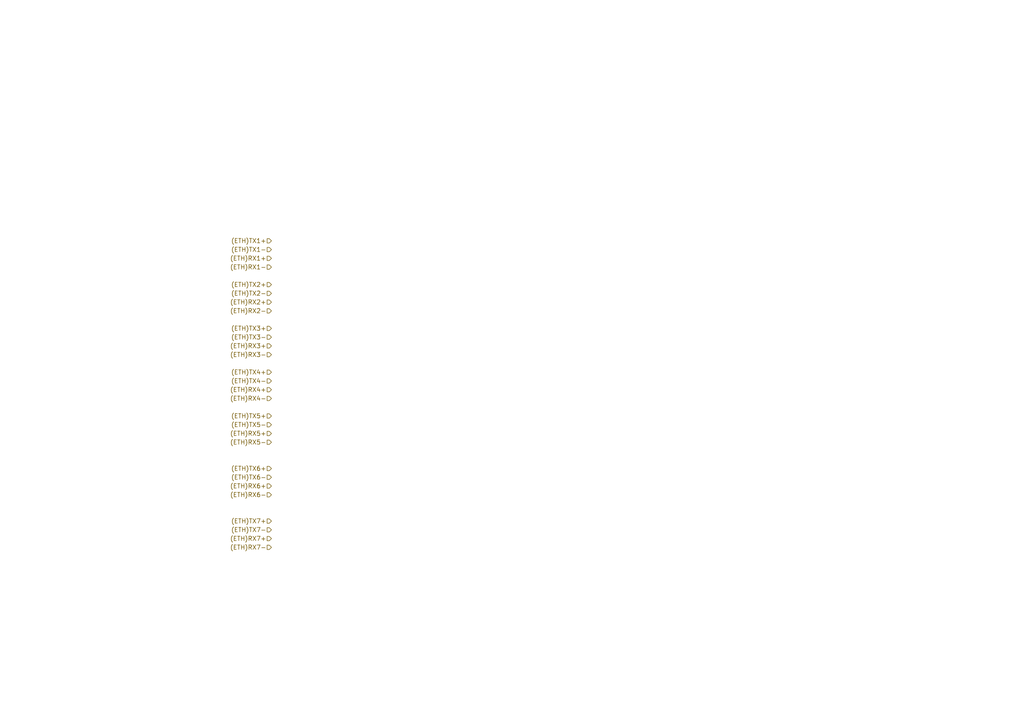
<source format=kicad_sch>
(kicad_sch
	(version 20231120)
	(generator "eeschema")
	(generator_version "8.0")
	(uuid "aa4f47cb-6bdb-44ce-969f-36136a91613e")
	(paper "A4")
	(lib_symbols)
	(hierarchical_label "(ETH)TX2-"
		(shape input)
		(at 78.74 85.09 180)
		(fields_autoplaced yes)
		(effects
			(font
				(size 1.27 1.27)
			)
			(justify right)
		)
		(uuid "02c53f9c-6456-478c-b63e-dfdd2bb6f56a")
	)
	(hierarchical_label "(ETH)TX7-"
		(shape input)
		(at 78.74 153.67 180)
		(fields_autoplaced yes)
		(effects
			(font
				(size 1.27 1.27)
			)
			(justify right)
		)
		(uuid "04c5e42a-2b0c-4bca-9fef-25cd5fa92e1e")
	)
	(hierarchical_label "(ETH)TX3+"
		(shape input)
		(at 78.74 95.25 180)
		(fields_autoplaced yes)
		(effects
			(font
				(size 1.27 1.27)
			)
			(justify right)
		)
		(uuid "1533c1df-2ef6-45f7-93e9-6ec0ad809d32")
	)
	(hierarchical_label "(ETH)RX5+"
		(shape input)
		(at 78.74 125.73 180)
		(fields_autoplaced yes)
		(effects
			(font
				(size 1.27 1.27)
			)
			(justify right)
		)
		(uuid "1c4f159e-db84-459d-a92c-abe620002382")
	)
	(hierarchical_label "(ETH)RX1+"
		(shape input)
		(at 78.74 74.93 180)
		(fields_autoplaced yes)
		(effects
			(font
				(size 1.27 1.27)
			)
			(justify right)
		)
		(uuid "23c8cf20-5c2b-49d6-8e6e-abc180c27a56")
	)
	(hierarchical_label "(ETH)TX1+"
		(shape input)
		(at 78.74 69.85 180)
		(fields_autoplaced yes)
		(effects
			(font
				(size 1.27 1.27)
			)
			(justify right)
		)
		(uuid "2e64b553-92be-4e73-a83e-8626841a4cff")
	)
	(hierarchical_label "(ETH)RX3+"
		(shape input)
		(at 78.74 100.33 180)
		(fields_autoplaced yes)
		(effects
			(font
				(size 1.27 1.27)
			)
			(justify right)
		)
		(uuid "32cb7132-f0ba-4fd2-bb6c-e844eff0c545")
	)
	(hierarchical_label "(ETH)TX1-"
		(shape input)
		(at 78.74 72.39 180)
		(fields_autoplaced yes)
		(effects
			(font
				(size 1.27 1.27)
			)
			(justify right)
		)
		(uuid "3a358b67-81e4-432b-ad78-726250a13a8e")
	)
	(hierarchical_label "(ETH)TX3-"
		(shape input)
		(at 78.74 97.79 180)
		(fields_autoplaced yes)
		(effects
			(font
				(size 1.27 1.27)
			)
			(justify right)
		)
		(uuid "428d4a2c-d87c-458c-970b-df914507cd9b")
	)
	(hierarchical_label "(ETH)RX3-"
		(shape input)
		(at 78.74 102.87 180)
		(fields_autoplaced yes)
		(effects
			(font
				(size 1.27 1.27)
			)
			(justify right)
		)
		(uuid "4dc9a7b9-d45c-48f5-ae3a-27106e56bf0d")
	)
	(hierarchical_label "(ETH)RX7-"
		(shape input)
		(at 78.74 158.75 180)
		(fields_autoplaced yes)
		(effects
			(font
				(size 1.27 1.27)
			)
			(justify right)
		)
		(uuid "571e6dcd-020c-4ad2-b245-4f7a52f4a2dd")
	)
	(hierarchical_label "(ETH)TX7+"
		(shape input)
		(at 78.74 151.13 180)
		(fields_autoplaced yes)
		(effects
			(font
				(size 1.27 1.27)
			)
			(justify right)
		)
		(uuid "60be0d5a-80ce-4633-85d9-e76152d16b27")
	)
	(hierarchical_label "(ETH)RX4-"
		(shape input)
		(at 78.74 115.57 180)
		(fields_autoplaced yes)
		(effects
			(font
				(size 1.27 1.27)
			)
			(justify right)
		)
		(uuid "63866907-e53d-4b5e-b2cc-e0af65151ed4")
	)
	(hierarchical_label "(ETH)TX5+"
		(shape input)
		(at 78.74 120.65 180)
		(fields_autoplaced yes)
		(effects
			(font
				(size 1.27 1.27)
			)
			(justify right)
		)
		(uuid "6a683dff-0a49-4190-aaff-4959e52cea2c")
	)
	(hierarchical_label "(ETH)RX1-"
		(shape input)
		(at 78.74 77.47 180)
		(fields_autoplaced yes)
		(effects
			(font
				(size 1.27 1.27)
			)
			(justify right)
		)
		(uuid "748364b0-f9f5-450b-8fdf-f230c05b443b")
	)
	(hierarchical_label "(ETH)RX6+"
		(shape input)
		(at 78.74 140.97 180)
		(fields_autoplaced yes)
		(effects
			(font
				(size 1.27 1.27)
			)
			(justify right)
		)
		(uuid "8bd45933-3faf-4c39-ac1b-edd988a0ee77")
	)
	(hierarchical_label "(ETH)TX5-"
		(shape input)
		(at 78.74 123.19 180)
		(fields_autoplaced yes)
		(effects
			(font
				(size 1.27 1.27)
			)
			(justify right)
		)
		(uuid "91e8df42-90b5-48e8-a59e-062e9e78fd6c")
	)
	(hierarchical_label "(ETH)TX4+"
		(shape input)
		(at 78.74 107.95 180)
		(fields_autoplaced yes)
		(effects
			(font
				(size 1.27 1.27)
			)
			(justify right)
		)
		(uuid "9a299210-705b-48c7-a718-b2ba2faa93cc")
	)
	(hierarchical_label "(ETH)RX7+"
		(shape input)
		(at 78.74 156.21 180)
		(fields_autoplaced yes)
		(effects
			(font
				(size 1.27 1.27)
			)
			(justify right)
		)
		(uuid "9df53f80-aef9-43fc-97b8-126375469b07")
	)
	(hierarchical_label "(ETH)TX6-"
		(shape input)
		(at 78.74 138.43 180)
		(fields_autoplaced yes)
		(effects
			(font
				(size 1.27 1.27)
			)
			(justify right)
		)
		(uuid "9f20f919-b742-45b8-975d-b0a802304b6d")
	)
	(hierarchical_label "(ETH)RX2+"
		(shape input)
		(at 78.74 87.63 180)
		(fields_autoplaced yes)
		(effects
			(font
				(size 1.27 1.27)
			)
			(justify right)
		)
		(uuid "a18cfa21-7903-4bd0-80a8-727b19b68d70")
	)
	(hierarchical_label "(ETH)RX5-"
		(shape input)
		(at 78.74 128.27 180)
		(fields_autoplaced yes)
		(effects
			(font
				(size 1.27 1.27)
			)
			(justify right)
		)
		(uuid "c654be1d-0d58-467a-9197-3b22e2b126de")
	)
	(hierarchical_label "(ETH)RX6-"
		(shape input)
		(at 78.74 143.51 180)
		(fields_autoplaced yes)
		(effects
			(font
				(size 1.27 1.27)
			)
			(justify right)
		)
		(uuid "ca609875-f1f0-4db3-b9ea-14d5fe18f4f1")
	)
	(hierarchical_label "(ETH)TX4-"
		(shape input)
		(at 78.74 110.49 180)
		(fields_autoplaced yes)
		(effects
			(font
				(size 1.27 1.27)
			)
			(justify right)
		)
		(uuid "d0f027b1-90b4-41c3-ba75-e72fcf0b475b")
	)
	(hierarchical_label "(ETH)RX4+"
		(shape input)
		(at 78.74 113.03 180)
		(fields_autoplaced yes)
		(effects
			(font
				(size 1.27 1.27)
			)
			(justify right)
		)
		(uuid "e241cd8b-fe65-4dc3-bda4-2788c847f376")
	)
	(hierarchical_label "(ETH)RX2-"
		(shape input)
		(at 78.74 90.17 180)
		(fields_autoplaced yes)
		(effects
			(font
				(size 1.27 1.27)
			)
			(justify right)
		)
		(uuid "e3bf21bf-106e-4d8a-9dfa-0d3d2fd49c1f")
	)
	(hierarchical_label "(ETH)TX6+"
		(shape input)
		(at 78.74 135.89 180)
		(fields_autoplaced yes)
		(effects
			(font
				(size 1.27 1.27)
			)
			(justify right)
		)
		(uuid "fcfd3d68-f547-4d22-866e-bf3ed7387929")
	)
	(hierarchical_label "(ETH)TX2+"
		(shape input)
		(at 78.74 82.55 180)
		(fields_autoplaced yes)
		(effects
			(font
				(size 1.27 1.27)
			)
			(justify right)
		)
		(uuid "ffac57e5-045f-43a2-8319-2af6a7568782")
	)
)

</source>
